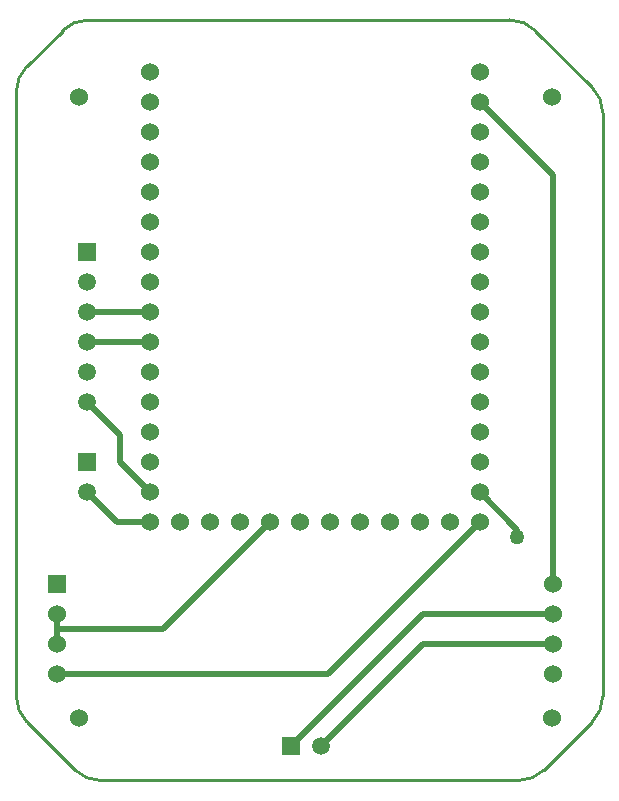
<source format=gtl>
G04 Layer_Physical_Order=1*
G04 Layer_Color=255*
%FSLAX25Y25*%
%MOIN*%
G70*
G01*
G75*
%ADD10C,0.01968*%
%ADD11C,0.01000*%
%ADD12C,0.06000*%
%ADD13R,0.06000X0.06000*%
%ADD14C,0.05905*%
%ADD15R,0.05905X0.05905*%
%ADD16R,0.05905X0.05905*%
%ADD17C,0.05000*%
D10*
X23500Y156047D02*
X44453D01*
X23500Y146047D02*
X23547Y146000D01*
X23500Y126047D02*
X34500Y115047D01*
X44453Y156047D02*
X44500Y156000D01*
X23547Y146000D02*
X44500D01*
X135500Y55500D02*
X178854D01*
X91500Y11500D02*
X135500Y55500D01*
Y45500D02*
X178854D01*
X101500Y11500D02*
X135500Y45500D01*
X23500Y96047D02*
X33547Y86000D01*
X44500D01*
X34500Y106000D02*
Y115047D01*
Y106000D02*
X44500Y96000D01*
X13500Y45500D02*
Y50500D01*
Y55500D01*
X104000Y35500D02*
X154500Y86000D01*
X13500Y35500D02*
X104000D01*
X13500Y50500D02*
X49000D01*
X84500Y86000D01*
X167000Y81000D02*
Y83500D01*
X154500Y96000D02*
X167000Y83500D01*
X178854Y65500D02*
Y201646D01*
X154500Y226000D02*
X178854Y201646D01*
D11*
X173036Y249964D02*
G03*
X164500Y253500I-8535J-8535D01*
G01*
X195500Y222500D02*
G03*
X191964Y231035I-12071J0D01*
G01*
Y19465D02*
G03*
X195500Y28000I-8535J8535D01*
G01*
X167500Y0D02*
G03*
X176035Y3536I0J12071D01*
G01*
X19465D02*
G03*
X28000Y0I8535J8535D01*
G01*
X0Y28000D02*
G03*
X3536Y19465I12071J0D01*
G01*
Y238035D02*
G03*
X0Y229500I8535J-8535D01*
G01*
X24000Y253500D02*
G03*
X15464Y249964I0J-12071D01*
G01*
X92000Y253500D02*
X164500D01*
X173036Y249964D02*
X191964Y231035D01*
X195500Y28000D02*
Y222500D01*
X176035Y3536D02*
X191964Y19465D01*
X28000Y0D02*
X167500D01*
X3536Y19465D02*
X19465Y3536D01*
X0Y28000D02*
Y229500D01*
X3536Y238035D02*
X15464Y249964D01*
X24000Y253500D02*
X92000D01*
D12*
X13500Y35500D02*
D03*
Y45500D02*
D03*
Y55500D02*
D03*
X178854Y65500D02*
D03*
Y55500D02*
D03*
Y45500D02*
D03*
Y35500D02*
D03*
X154500Y236000D02*
D03*
Y226000D02*
D03*
Y216000D02*
D03*
Y206000D02*
D03*
Y196000D02*
D03*
Y186000D02*
D03*
Y176000D02*
D03*
Y166000D02*
D03*
Y156000D02*
D03*
Y146000D02*
D03*
Y136000D02*
D03*
Y126000D02*
D03*
Y116000D02*
D03*
Y106000D02*
D03*
Y96000D02*
D03*
Y86000D02*
D03*
X144500D02*
D03*
X134500D02*
D03*
X124500D02*
D03*
X114500D02*
D03*
X104500D02*
D03*
X94500D02*
D03*
X84500D02*
D03*
X74500D02*
D03*
X64500D02*
D03*
X54500D02*
D03*
X44500Y236000D02*
D03*
Y226000D02*
D03*
Y216000D02*
D03*
Y206000D02*
D03*
Y196000D02*
D03*
Y186000D02*
D03*
Y176000D02*
D03*
Y166000D02*
D03*
Y156000D02*
D03*
Y146000D02*
D03*
Y136000D02*
D03*
Y126000D02*
D03*
Y116000D02*
D03*
Y106000D02*
D03*
Y96000D02*
D03*
Y86000D02*
D03*
X20980Y20953D02*
D03*
X178461D02*
D03*
Y227646D02*
D03*
X20980D02*
D03*
D13*
X13500Y65500D02*
D03*
D14*
X23500Y126000D02*
D03*
Y136000D02*
D03*
Y146000D02*
D03*
Y156000D02*
D03*
Y166000D02*
D03*
Y96047D02*
D03*
X101500Y11500D02*
D03*
D15*
X23500Y176000D02*
D03*
Y106047D02*
D03*
D16*
X91500Y11500D02*
D03*
D17*
X167000Y81000D02*
D03*
M02*

</source>
